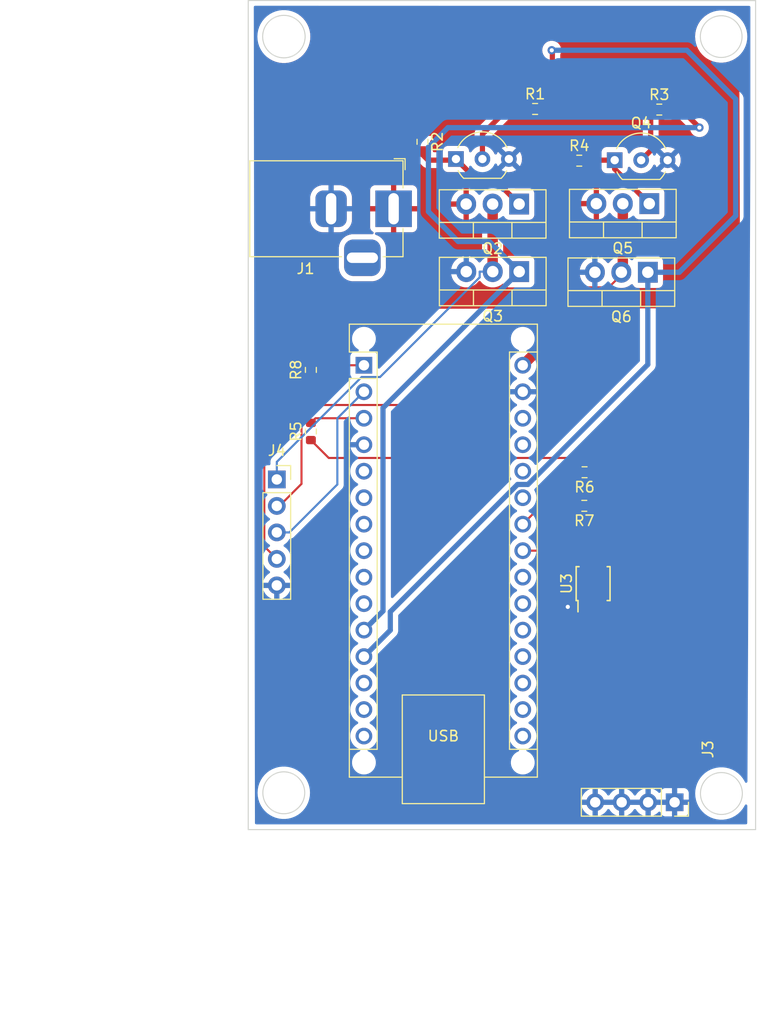
<source format=kicad_pcb>
(kicad_pcb (version 20221018) (generator pcbnew)
  (layers (0 "F.Cu" signal) (31 "B.Cu" signal) (34 "B.Paste" user) (35 "F.Paste" user) (36 "B.SilkS" user "B.Silkscreen") (37 "F.SilkS" user "F.Silkscreen") (38 "B.Mask" user) (39 "F.Mask" user) (44 "Edge.Cuts" user))
  (net 0 "")
  (net 1 "Net-(A2-~{RESET}-Pad3)")
  (net 8 "VDD")
  (net 9 "AIN0")
  (net 10 "VPP")
  (net 11 "TX")
  (net 12 "SP")
  (net 13 "SN")
  (net 14 "LOGIC2")
  (net 15 "LOGIC1")
  (net 16 "RX")
  (net 27 "Net-(A2-SDA{slash}A4)")
  (net 28 "Net-(A2-SCL{slash}A5)")
  (net 33 "Net-(J4-Pin_4)")
  (net 34 "Net-(Q1-B)")
  (net 35 "Net-(Q1-C)")
  (net 36 "Net-(Q4-B)")
  (net 37 "Net-(Q4-C)")
  (footprint "Connector_BarrelJack:BarrelJack_Horizontal" (layer "F.Cu") (at 73.98 34.52)
    (fp_text reference "J1" (at -8.45 5.75) (layer "F.SilkS"))
    (fp_text value "Barrel_Jack")
    (fp_line (start -13.8 -4.6) (end 0.9 -4.6) (stroke (width 0.12)) (layer "F.SilkS"))
    (fp_line (start -13.8 4.6) (end -13.8 -4.6) (stroke (width 0.12)) (layer "F.SilkS"))
    (fp_line (start -5 4.6) (end -13.8 4.6) (stroke (width 0.12)) (layer "F.SilkS"))
    (fp_line (start 0.05 -4.8) (end 1.1 -4.8) (stroke (width 0.12)) (layer "F.SilkS"))
    (fp_line (start 0.9 -4.6) (end 0.9 -2) (stroke (width 0.12)) (layer "F.SilkS"))
    (fp_line (start 0.9 1.9) (end 0.9 4.6) (stroke (width 0.12)) (layer "F.SilkS"))
    (fp_line (start 0.9 4.6) (end -1 4.6) (stroke (width 0.12)) (layer "F.SilkS"))
    (fp_line (start 1.1 -3.75) (end 1.1 -4.8) (stroke (width 0.12)) (layer "F.SilkS"))
    (pad "1" thru_hole rect (at 0 0) (size 3.5 3.5) (drill oval 1 3) (layers "*.Cu" "*.Mask") (net 10 "VPP"))
    (pad "2" thru_hole roundrect (at -6 0) (size 3 3.5) (drill oval 1 3) (layers "*.Cu" "*.Mask") (net 9 "AIN0"))
    (pad "3" thru_hole roundrect (at -3 4.7) (size 3.5 3.5) (drill oval 3 1) (layers "*.Cu" "*.Mask"))
  )
  (footprint "Package_TO_SOT_THT:TO-92_Inline_Wide" (layer "F.Cu") (at 79.96 29.75)
    (fp_text reference "Q1" hide)
    (fp_text value "BC549")
    (fp_line (start 0.74 1.85) (end 4.34 1.85) (stroke (width 0.12)) (layer "F.SilkS"))
    (fp_arc (start 0.1836 -1.098807) (mid 1.143021 -2.192817) (end 2.54 -2.6) (stroke (width 0.12)) (layer "F.SilkS"))
    (fp_arc (start 0.74 1.85) (mid 0.446097 1.509328) (end 0.215816 1.122795) (stroke (width 0.12)) (layer "F.SilkS"))
    (fp_arc (start 2.54 -2.6) (mid 3.936979 -2.192818) (end 4.8964 -1.098807) (stroke (width 0.12)) (layer "F.SilkS"))
    (fp_arc (start 4.864184 1.122795) (mid 4.633903 1.509328) (end 4.34 1.85) (stroke (width 0.12)) (layer "F.SilkS"))
    (pad "1" thru_hole rect (at 0 0) (size 1.5 1.5) (drill 0.8) (layers "*.Cu" "*.Mask") (net 35 "Net-(Q1-C)"))
    (pad "2" thru_hole circle (at 2.54 0) (size 1.5 1.5) (drill 0.8) (layers "*.Cu" "*.Mask") (net 34 "Net-(Q1-B)"))
    (pad "3" thru_hole circle (at 5.08 0) (size 1.5 1.5) (drill 0.8) (layers "*.Cu" "*.Mask") (net 9 "AIN0"))
  )
  (footprint "Package_TO_SOT_THT:TO-220-3_Vertical" (layer "F.Cu") (at 86.02 34.07 180)
    (fp_text reference "Q2" (at 2.54 -4.27) (layer "F.SilkS"))
    (fp_text value "IRF9540N")
    (fp_line (start -2.58 -3.27) (end -2.58 1.371) (stroke (width 0.12)) (layer "F.SilkS"))
    (fp_line (start -2.58 -3.27) (end 7.66 -3.27) (stroke (width 0.12)) (layer "F.SilkS"))
    (fp_line (start -2.58 -1.76) (end 7.66 -1.76) (stroke (width 0.12)) (layer "F.SilkS"))
    (fp_line (start -2.58 1.371) (end 7.66 1.371) (stroke (width 0.12)) (layer "F.SilkS"))
    (fp_line (start 0.69 -3.27) (end 0.69 -1.76) (stroke (width 0.12)) (layer "F.SilkS"))
    (fp_line (start 4.391 -3.27) (end 4.391 -1.76) (stroke (width 0.12)) (layer "F.SilkS"))
    (fp_line (start 7.66 -3.27) (end 7.66 1.371) (stroke (width 0.12)) (layer "F.SilkS"))
    (pad "1" thru_hole rect (at 0 0 180) (size 1.905 2) (drill 1.1) (layers "*.Cu" "*.Mask") (net 35 "Net-(Q1-C)"))
    (pad "2" thru_hole oval (at 2.54 0 180) (size 1.905 2) (drill 1.1) (layers "*.Cu" "*.Mask") (net 12 "SP"))
    (pad "3" thru_hole oval (at 5.08 0 180) (size 1.905 2) (drill 1.1) (layers "*.Cu" "*.Mask") (net 10 "VPP"))
  )
  (footprint "Package_TO_SOT_THT:TO-220-3_Vertical" (layer "F.Cu") (at 86.03 40.55 180)
    (fp_text reference "Q3" (at 2.54 -4.27) (layer "F.SilkS"))
    (fp_text value "IRF540N")
    (fp_line (start -2.58 -3.27) (end -2.58 1.371) (stroke (width 0.12)) (layer "F.SilkS"))
    (fp_line (start -2.58 -3.27) (end 7.66 -3.27) (stroke (width 0.12)) (layer "F.SilkS"))
    (fp_line (start -2.58 -1.76) (end 7.66 -1.76) (stroke (width 0.12)) (layer "F.SilkS"))
    (fp_line (start -2.58 1.371) (end 7.66 1.371) (stroke (width 0.12)) (layer "F.SilkS"))
    (fp_line (start 0.69 -3.27) (end 0.69 -1.76) (stroke (width 0.12)) (layer "F.SilkS"))
    (fp_line (start 4.391 -3.27) (end 4.391 -1.76) (stroke (width 0.12)) (layer "F.SilkS"))
    (fp_line (start 7.66 -3.27) (end 7.66 1.371) (stroke (width 0.12)) (layer "F.SilkS"))
    (pad "1" thru_hole rect (at 0 0 180) (size 1.905 2) (drill 1.1) (layers "*.Cu" "*.Mask") (net 14 "LOGIC2"))
    (pad "2" thru_hole oval (at 2.54 0 180) (size 1.905 2) (drill 1.1) (layers "*.Cu" "*.Mask") (net 12 "SP"))
    (pad "3" thru_hole oval (at 5.08 0 180) (size 1.905 2) (drill 1.1) (layers "*.Cu" "*.Mask") (net 9 "AIN0"))
  )
  (footprint "Package_TO_SOT_THT:TO-92_Inline_Wide" (layer "F.Cu") (at 95.19 29.86)
    (fp_text reference "Q4" (at 2.54 -3.56) (layer "F.SilkS"))
    (fp_text value "BC549")
    (fp_line (start 0.74 1.85) (end 4.34 1.85) (stroke (width 0.12)) (layer "F.SilkS"))
    (fp_arc (start 0.1836 -1.098807) (mid 1.143021 -2.192817) (end 2.54 -2.6) (stroke (width 0.12)) (layer "F.SilkS"))
    (fp_arc (start 0.74 1.85) (mid 0.446097 1.509328) (end 0.215816 1.122795) (stroke (width 0.12)) (layer "F.SilkS"))
    (fp_arc (start 2.54 -2.6) (mid 3.936979 -2.192818) (end 4.8964 -1.098807) (stroke (width 0.12)) (layer "F.SilkS"))
    (fp_arc (start 4.864184 1.122795) (mid 4.633903 1.509328) (end 4.34 1.85) (stroke (width 0.12)) (layer "F.SilkS"))
    (pad "1" thru_hole rect (at 0 0) (size 1.5 1.5) (drill 0.8) (layers "*.Cu" "*.Mask") (net 37 "Net-(Q4-C)"))
    (pad "2" thru_hole circle (at 2.54 0) (size 1.5 1.5) (drill 0.8) (layers "*.Cu" "*.Mask") (net 36 "Net-(Q4-B)"))
    (pad "3" thru_hole circle (at 5.08 0) (size 1.5 1.5) (drill 0.8) (layers "*.Cu" "*.Mask") (net 9 "AIN0"))
  )
  (footprint "Package_TO_SOT_THT:TO-220-3_Vertical" (layer "F.Cu") (at 98.51 34.03 180)
    (fp_text reference "Q5" (at 2.54 -4.27) (layer "F.SilkS"))
    (fp_text value "IRF9540N")
    (fp_line (start -2.58 -3.27) (end -2.58 1.371) (stroke (width 0.12)) (layer "F.SilkS"))
    (fp_line (start -2.58 -3.27) (end 7.66 -3.27) (stroke (width 0.12)) (layer "F.SilkS"))
    (fp_line (start -2.58 -1.76) (end 7.66 -1.76) (stroke (width 0.12)) (layer "F.SilkS"))
    (fp_line (start -2.58 1.371) (end 7.66 1.371) (stroke (width 0.12)) (layer "F.SilkS"))
    (fp_line (start 0.69 -3.27) (end 0.69 -1.76) (stroke (width 0.12)) (layer "F.SilkS"))
    (fp_line (start 4.391 -3.27) (end 4.391 -1.76) (stroke (width 0.12)) (layer "F.SilkS"))
    (fp_line (start 7.66 -3.27) (end 7.66 1.371) (stroke (width 0.12)) (layer "F.SilkS"))
    (pad "1" thru_hole rect (at 0 0 180) (size 1.905 2) (drill 1.1) (layers "*.Cu" "*.Mask") (net 37 "Net-(Q4-C)"))
    (pad "2" thru_hole oval (at 2.54 0 180) (size 1.905 2) (drill 1.1) (layers "*.Cu" "*.Mask") (net 13 "SN"))
    (pad "3" thru_hole oval (at 5.08 0 180) (size 1.905 2) (drill 1.1) (layers "*.Cu" "*.Mask") (net 10 "VPP"))
  )
  (footprint "Package_TO_SOT_THT:TO-220-3_Vertical" (layer "F.Cu") (at 98.37 40.61 180)
    (fp_text reference "Q6" (at 2.54 -4.27) (layer "F.SilkS"))
    (fp_text value "IRF540N")
    (fp_line (start -2.58 -3.27) (end -2.58 1.371) (stroke (width 0.12)) (layer "F.SilkS"))
    (fp_line (start -2.58 -3.27) (end 7.66 -3.27) (stroke (width 0.12)) (layer "F.SilkS"))
    (fp_line (start -2.58 -1.76) (end 7.66 -1.76) (stroke (width 0.12)) (layer "F.SilkS"))
    (fp_line (start -2.58 1.371) (end 7.66 1.371) (stroke (width 0.12)) (layer "F.SilkS"))
    (fp_line (start 0.69 -3.27) (end 0.69 -1.76) (stroke (width 0.12)) (layer "F.SilkS"))
    (fp_line (start 4.391 -3.27) (end 4.391 -1.76) (stroke (width 0.12)) (layer "F.SilkS"))
    (fp_line (start 7.66 -3.27) (end 7.66 1.371) (stroke (width 0.12)) (layer "F.SilkS"))
    (pad "1" thru_hole rect (at 0 0 180) (size 1.905 2) (drill 1.1) (layers "*.Cu" "*.Mask") (net 15 "LOGIC1"))
    (pad "2" thru_hole oval (at 2.54 0 180) (size 1.905 2) (drill 1.1) (layers "*.Cu" "*.Mask") (net 13 "SN"))
    (pad "3" thru_hole oval (at 5.08 0 180) (size 1.905 2) (drill 1.1) (layers "*.Cu" "*.Mask") (net 9 "AIN0"))
  )
  (footprint "Resistor_SMD:R_0603_1608Metric" (layer "F.Cu") (at 87.555 24.95)
    (fp_text reference "R1" (at 0 -1.43) (layer "F.SilkS"))
    (fp_text value "1k")
    (fp_line (start -0.237258 -0.5225) (end 0.237258 -0.5225) (stroke (width 0.12)) (layer "F.SilkS"))
    (fp_line (start -0.237258 0.5225) (end 0.237258 0.5225) (stroke (width 0.12)) (layer "F.SilkS"))
    (pad "1" smd roundrect (at -0.825 0) (size 0.8 0.95) (layers "F.Cu" "F.Paste" "F.Mask") (net 34 "Net-(Q1-B)"))
    (pad "2" smd roundrect (at 0.825 0) (size 0.8 0.95) (layers "F.Cu" "F.Paste" "F.Mask") (net 15 "LOGIC1"))
  )
  (footprint "Resistor_SMD:R_0603_1608Metric" (layer "F.Cu") (at 76.75 28.1 -90)
    (fp_text reference "R2" (at 0 -1.43 90) (layer "F.SilkS"))
    (fp_text value "10k")
    (fp_line (start -0.237258 -0.5225) (end 0.237258 -0.5225) (stroke (width 0.12)) (layer "F.SilkS"))
    (fp_line (start -0.237258 0.5225) (end 0.237258 0.5225) (stroke (width 0.12)) (layer "F.SilkS"))
    (pad "1" smd roundrect (at -0.825 0 270) (size 0.8 0.95) (layers "F.Cu" "F.Paste" "F.Mask") (net 10 "VPP"))
    (pad "2" smd roundrect (at 0.825 0 270) (size 0.8 0.95) (layers "F.Cu" "F.Paste" "F.Mask") (net 35 "Net-(Q1-C)"))
  )
  (footprint "Resistor_SMD:R_0603_1608Metric" (layer "F.Cu") (at 99.47 25.01)
    (fp_text reference "R3" (at 0 -1.43) (layer "F.SilkS"))
    (fp_text value "1k")
    (fp_line (start -0.237258 -0.5225) (end 0.237258 -0.5225) (stroke (width 0.12)) (layer "F.SilkS"))
    (fp_line (start -0.237258 0.5225) (end 0.237258 0.5225) (stroke (width 0.12)) (layer "F.SilkS"))
    (pad "1" smd roundrect (at -0.825 0) (size 0.8 0.95) (layers "F.Cu" "F.Paste" "F.Mask") (net 36 "Net-(Q4-B)"))
    (pad "2" smd roundrect (at 0.825 0) (size 0.8 0.95) (layers "F.Cu" "F.Paste" "F.Mask") (net 14 "LOGIC2"))
  )
  (footprint "Resistor_SMD:R_0603_1608Metric" (layer "F.Cu") (at 91.79 29.91)
    (fp_text reference "R4" (at 0 -1.43) (layer "F.SilkS"))
    (fp_text value "10k")
    (fp_line (start -0.237258 -0.5225) (end 0.237258 -0.5225) (stroke (width 0.12)) (layer "F.SilkS"))
    (fp_line (start -0.237258 0.5225) (end 0.237258 0.5225) (stroke (width 0.12)) (layer "F.SilkS"))
    (pad "1" smd roundrect (at -0.825 0) (size 0.8 0.95) (layers "F.Cu" "F.Paste" "F.Mask") (net 10 "VPP"))
    (pad "2" smd roundrect (at 0.825 0) (size 0.8 0.95) (layers "F.Cu" "F.Paste" "F.Mask") (net 37 "Net-(Q4-C)"))
  )
  (footprint "Resistor_SMD:R_0603_1608Metric" (layer "F.Cu") (at 66.04 55.88 90)
    (fp_text reference "R5" (at 0 -1.43 90) (layer "F.SilkS"))
    (fp_text value "10k")
    (fp_line (start -0.237258 -0.5225) (end 0.237258 -0.5225) (stroke (width 0.12)) (layer "F.SilkS"))
    (fp_line (start -0.237258 0.5225) (end 0.237258 0.5225) (stroke (width 0.12)) (layer "F.SilkS"))
    (pad "1" smd roundrect (at -0.825 0 90) (size 0.8 0.95) (layers "F.Cu" "F.Paste" "F.Mask") (net 8 "VDD"))
    (pad "2" smd roundrect (at 0.825 0 90) (size 0.8 0.95) (layers "F.Cu" "F.Paste" "F.Mask") (net 1 "Net-(A2-~{RESET}-Pad3)"))
  )
  (footprint "Resistor_SMD:R_0603_1608Metric" (layer "F.Cu") (at 92.3 59.79 180)
    (fp_text reference "R6" (at 0 -1.43) (layer "F.SilkS"))
    (fp_text value "10k")
    (fp_line (start -0.237258 -0.5225) (end 0.237258 -0.5225) (stroke (width 0.12)) (layer "F.SilkS"))
    (fp_line (start -0.237258 0.5225) (end 0.237258 0.5225) (stroke (width 0.12)) (layer "F.SilkS"))
    (pad "1" smd roundrect (at -0.825 0 180) (size 0.8 0.95) (layers "F.Cu" "F.Paste" "F.Mask") (net 8 "VDD"))
    (pad "2" smd roundrect (at 0.825 0 180) (size 0.8 0.95) (layers "F.Cu" "F.Paste" "F.Mask") (net 28 "Net-(A2-SCL{slash}A5)"))
  )
  (footprint "Resistor_SMD:R_0603_1608Metric" (layer "F.Cu") (at 92.275 63.01 180)
    (fp_text reference "R7" (at 0 -1.43) (layer "F.SilkS"))
    (fp_text value "10k")
    (fp_line (start -0.237258 -0.5225) (end 0.237258 -0.5225) (stroke (width 0.12)) (layer "F.SilkS"))
    (fp_line (start -0.237258 0.5225) (end 0.237258 0.5225) (stroke (width 0.12)) (layer "F.SilkS"))
    (pad "1" smd roundrect (at -0.825 0 180) (size 0.8 0.95) (layers "F.Cu" "F.Paste" "F.Mask") (net 8 "VDD"))
    (pad "2" smd roundrect (at 0.825 0 180) (size 0.8 0.95) (layers "F.Cu" "F.Paste" "F.Mask") (net 27 "Net-(A2-SDA{slash}A4)"))
  )
  (footprint "Package_SO:TSSOP-10_3x3mm_P0.5mm" (layer "F.Cu") (at 93.12 70.47 90)
    (fp_text reference "U3" (at 0 -2.55 90) (layer "F.SilkS"))
    (fp_text value "ADS1115IDGS")
    (fp_line (start -1.625 -1.625) (end -1.625 -1.45) (stroke (width 0.15)) (layer "F.SilkS"))
    (fp_line (start -1.625 -1.625) (end 1.625 -1.625) (stroke (width 0.15)) (layer "F.SilkS"))
    (fp_line (start -1.625 -1.45) (end -2.7 -1.45) (stroke (width 0.15)) (layer "F.SilkS"))
    (fp_line (start -1.625 1.625) (end -1.625 1.35) (stroke (width 0.15)) (layer "F.SilkS"))
    (fp_line (start -1.625 1.625) (end 1.625 1.625) (stroke (width 0.15)) (layer "F.SilkS"))
    (fp_line (start 1.625 -1.625) (end 1.625 -1.35) (stroke (width 0.15)) (layer "F.SilkS"))
    (fp_line (start 1.625 1.625) (end 1.625 1.35) (stroke (width 0.15)) (layer "F.SilkS"))
    (pad "1" smd rect (at -2.15 -1 90) (size 1.1 0.25) (layers "F.Cu" "F.Paste" "F.Mask") (net 9 "AIN0"))
    (pad "2" smd rect (at -2.15 -0.5 90) (size 1.1 0.25) (layers "F.Cu" "F.Paste" "F.Mask"))
    (pad "3" smd rect (at -2.15 0 90) (size 1.1 0.25) (layers "F.Cu" "F.Paste" "F.Mask"))
    (pad "4" smd rect (at -2.15 0.5 90) (size 1.1 0.25) (layers "F.Cu" "F.Paste" "F.Mask") (net 9 "AIN0"))
    (pad "5" smd rect (at -2.15 1 90) (size 1.1 0.25) (layers "F.Cu" "F.Paste" "F.Mask") (net 9 "AIN0"))
    (pad "6" smd rect (at 2.15 1 90) (size 1.1 0.25) (layers "F.Cu" "F.Paste" "F.Mask") (net 9 "AIN0"))
    (pad "7" smd rect (at 2.15 0.5 90) (size 1.1 0.25) (layers "F.Cu" "F.Paste" "F.Mask") (net 9 "AIN0"))
    (pad "8" smd rect (at 2.15 0 90) (size 1.1 0.25) (layers "F.Cu" "F.Paste" "F.Mask") (net 8 "VDD"))
    (pad "9" smd rect (at 2.15 -0.5 90) (size 1.1 0.25) (layers "F.Cu" "F.Paste" "F.Mask") (net 27 "Net-(A2-SDA{slash}A4)"))
    (pad "10" smd rect (at 2.15 -1 90) (size 1.1 0.25) (layers "F.Cu" "F.Paste" "F.Mask") (net 28 "Net-(A2-SCL{slash}A5)"))
  )
  (footprint "Resistor_SMD:R_0603_1608Metric" (layer "F.Cu") (at 66.04 49.975 90)
    (fp_text reference "R8" (at 0 -1.43 90) (layer "F.SilkS"))
    (fp_text value "1k")
    (fp_line (start -0.237258 -0.5225) (end 0.237258 -0.5225) (stroke (width 0.12)) (layer "F.SilkS"))
    (fp_line (start -0.237258 0.5225) (end 0.237258 0.5225) (stroke (width 0.12)) (layer "F.SilkS"))
    (pad "1" smd roundrect (at -0.825 0 90) (size 0.8 0.95) (layers "F.Cu" "F.Paste" "F.Mask") (net 33 "Net-(J4-Pin_4)"))
    (pad "2" smd roundrect (at 0.825 0 90) (size 0.8 0.95) (layers "F.Cu" "F.Paste" "F.Mask") (net 11 "TX"))
  )
  (footprint "Connector_PinSocket_2.54mm:PinSocket_1x04_P2.54mm_Vertical" (layer "F.Cu") (at 100.94 91.44 -90)
    (fp_text reference "J3" (at -5.08 -3.2 90) (layer "F.SilkS"))
    (fp_text value "Conn_01x04_Female")
    (fp_line (start -1.33 1.27) (end -1.33 8.95) (stroke (width 0.12)) (layer "F.SilkS"))
    (fp_line (start -1.33 1.27) (end 1.33 1.27) (stroke (width 0.12)) (layer "F.SilkS"))
    (fp_line (start -1.33 8.95) (end 1.33 8.95) (stroke (width 0.12)) (layer "F.SilkS"))
    (fp_line (start 0 -1.33) (end 1.33 -1.33) (stroke (width 0.12)) (layer "F.SilkS"))
    (fp_line (start 1.33 -1.33) (end 1.33 0) (stroke (width 0.12)) (layer "F.SilkS"))
    (fp_line (start 1.33 1.27) (end 1.33 8.95) (stroke (width 0.12)) (layer "F.SilkS"))
    (pad "1" thru_hole rect (at 0 0 270) (size 1.7 1.7) (drill 1) (layers "*.Cu" "*.Mask") (net 9 "AIN0"))
    (pad "2" thru_hole oval (at 0 2.54 270) (size 1.7 1.7) (drill 1) (layers "*.Cu" "*.Mask") (net 9 "AIN0"))
    (pad "3" thru_hole oval (at 0 5.08 270) (size 1.7 1.7) (drill 1) (layers "*.Cu" "*.Mask") (net 9 "AIN0"))
    (pad "4" thru_hole oval (at 0 7.62 270) (size 1.7 1.7) (drill 1) (layers "*.Cu" "*.Mask") (net 9 "AIN0"))
  )
  (footprint "Connector_PinSocket_2.54mm:PinSocket_1x05_P2.54mm_Vertical" (layer "F.Cu") (at 62.77 60.48)
    (fp_text reference "J4" (at 0 -2.77) (layer "F.SilkS"))
    (fp_text value "Conn_01x05_Female")
    (fp_line (start -1.33 1.27) (end -1.33 11.49) (stroke (width 0.12)) (layer "F.SilkS"))
    (fp_line (start -1.33 1.27) (end 1.33 1.27) (stroke (width 0.12)) (layer "F.SilkS"))
    (fp_line (start -1.33 11.49) (end 1.33 11.49) (stroke (width 0.12)) (layer "F.SilkS"))
    (fp_line (start 0 -1.33) (end 1.33 -1.33) (stroke (width 0.12)) (layer "F.SilkS"))
    (fp_line (start 1.33 -1.33) (end 1.33 0) (stroke (width 0.12)) (layer "F.SilkS"))
    (fp_line (start 1.33 1.27) (end 1.33 11.49) (stroke (width 0.12)) (layer "F.SilkS"))
    (pad "1" thru_hole rect (at 0 0) (size 1.7 1.7) (drill 1) (layers "*.Cu" "*.Mask") (net 12 "SP"))
    (pad "2" thru_hole oval (at 0 2.54) (size 1.7 1.7) (drill 1) (layers "*.Cu" "*.Mask") (net 13 "SN"))
    (pad "3" thru_hole oval (at 0 5.08) (size 1.7 1.7) (drill 1) (layers "*.Cu" "*.Mask") (net 16 "RX"))
    (pad "4" thru_hole oval (at 0 7.62) (size 1.7 1.7) (drill 1) (layers "*.Cu" "*.Mask") (net 33 "Net-(J4-Pin_4)"))
    (pad "5" thru_hole oval (at 0 10.16) (size 1.7 1.7) (drill 1) (layers "*.Cu" "*.Mask") (net 9 "AIN0"))
  )
  (footprint "Module:Arduino_Nano_WithMountingHoles" (layer "F.Cu") (at 71.13 49.53)
    (fp_text reference "A2" hide)
    (fp_text value "Arduino_Nano_Every")
    (fp_text user "USB" (at 7.62 35.56 unlocked) (layer "F.SilkS"))
    (fp_line (start -1.4 -3.94) (end -1.4 -1.27) (stroke (width 0.12)) (layer "F.SilkS"))
    (fp_line (start -1.4 1.27) (end -1.4 39.5) (stroke (width 0.12)) (layer "F.SilkS"))
    (fp_line (start -1.4 39.5) (end 3.68 39.5) (stroke (width 0.12)) (layer "F.SilkS"))
    (fp_line (start 1.27 -1.27) (end -1.4 -1.27) (stroke (width 0.12)) (layer "F.SilkS"))
    (fp_line (start 1.27 1.27) (end -1.4 1.27) (stroke (width 0.12)) (layer "F.SilkS"))
    (fp_line (start 1.27 1.27) (end 1.27 -1.27) (stroke (width 0.12)) (layer "F.SilkS"))
    (fp_line (start 1.27 1.27) (end 1.27 36.83) (stroke (width 0.12)) (layer "F.SilkS"))
    (fp_line (start 1.27 36.83) (end -1.4 36.83) (stroke (width 0.12)) (layer "F.SilkS"))
    (fp_line (start 3.68 31.62) (end 11.56 31.62) (stroke (width 0.12)) (layer "F.SilkS"))
    (fp_line (start 3.68 42.04) (end 3.68 31.62) (stroke (width 0.12)) (layer "F.SilkS"))
    (fp_line (start 11.56 31.62) (end 11.56 42.04) (stroke (width 0.12)) (layer "F.SilkS"))
    (fp_line (start 11.56 42.04) (end 3.68 42.04) (stroke (width 0.12)) (layer "F.SilkS"))
    (fp_line (start 13.97 -1.27) (end 13.97 36.83) (stroke (width 0.12)) (layer "F.SilkS"))
    (fp_line (start 13.97 -1.27) (end 16.64 -1.27) (stroke (width 0.12)) (layer "F.SilkS"))
    (fp_line (start 13.97 36.83) (end 16.64 36.83) (stroke (width 0.12)) (layer "F.SilkS"))
    (fp_line (start 16.64 -3.94) (end -1.4 -3.94) (stroke (width 0.12)) (layer "F.SilkS"))
    (fp_line (start 16.64 39.5) (end 11.56 39.5) (stroke (width 0.12)) (layer "F.SilkS"))
    (fp_line (start 16.64 39.5) (end 16.64 -3.94) (stroke (width 0.12)) (layer "F.SilkS"))
    (pad "" np_thru_hole circle (at 0 -2.54) (size 1.78 1.78) (drill 1.78) (layers "*.Cu" "*.Mask"))
    (pad "" np_thru_hole circle (at 0 38.1) (size 1.78 1.78) (drill 1.78) (layers "*.Cu" "*.Mask"))
    (pad "" np_thru_hole circle (at 15.24 -2.54) (size 1.78 1.78) (drill 1.78) (layers "*.Cu" "*.Mask"))
    (pad "" np_thru_hole circle (at 15.24 38.1) (size 1.78 1.78) (drill 1.78) (layers "*.Cu" "*.Mask"))
    (pad "1" thru_hole rect (at 0 0) (size 1.6 1.6) (drill 1) (layers "*.Cu" "*.Mask") (net 11 "TX"))
    (pad "2" thru_hole oval (at 0 2.54) (size 1.6 1.6) (drill 1) (layers "*.Cu" "*.Mask") (net 16 "RX"))
    (pad "3" thru_hole oval (at 0 5.08) (size 1.6 1.6) (drill 1) (layers "*.Cu" "*.Mask") (net 1 "Net-(A2-~{RESET}-Pad3)"))
    (pad "4" thru_hole oval (at 0 7.62) (size 1.6 1.6) (drill 1) (layers "*.Cu" "*.Mask") (net 9 "AIN0"))
    (pad "5" thru_hole oval (at 0 10.16) (size 1.6 1.6) (drill 1) (layers "*.Cu" "*.Mask"))
    (pad "6" thru_hole oval (at 0 12.7) (size 1.6 1.6) (drill 1) (layers "*.Cu" "*.Mask"))
    (pad "7" thru_hole oval (at 0 15.24) (size 1.6 1.6) (drill 1) (layers "*.Cu" "*.Mask"))
    (pad "8" thru_hole oval (at 0 17.78) (size 1.6 1.6) (drill 1) (layers "*.Cu" "*.Mask"))
    (pad "9" thru_hole oval (at 0 20.32) (size 1.6 1.6) (drill 1) (layers "*.Cu" "*.Mask"))
    (pad "10" thru_hole oval (at 0 22.86) (size 1.6 1.6) (drill 1) (layers "*.Cu" "*.Mask"))
    (pad "11" thru_hole oval (at 0 25.4) (size 1.6 1.6) (drill 1) (layers "*.Cu" "*.Mask") (net 14 "LOGIC2"))
    (pad "12" thru_hole oval (at 0 27.94) (size 1.6 1.6) (drill 1) (layers "*.Cu" "*.Mask") (net 15 "LOGIC1"))
    (pad "13" thru_hole oval (at 0 30.48) (size 1.6 1.6) (drill 1) (layers "*.Cu" "*.Mask"))
    (pad "14" thru_hole oval (at 0 33.02) (size 1.6 1.6) (drill 1) (layers "*.Cu" "*.Mask"))
    (pad "15" thru_hole oval (at 0 35.56) (size 1.6 1.6) (drill 1) (layers "*.Cu" "*.Mask"))
    (pad "16" thru_hole oval (at 15.24 35.56) (size 1.6 1.6) (drill 1) (layers "*.Cu" "*.Mask"))
    (pad "17" thru_hole oval (at 15.24 33.02) (size 1.6 1.6) (drill 1) (layers "*.Cu" "*.Mask"))
    (pad "18" thru_hole oval (at 15.24 30.48) (size 1.6 1.6) (drill 1) (layers "*.Cu" "*.Mask"))
    (pad "19" thru_hole oval (at 15.24 27.94) (size 1.6 1.6) (drill 1) (layers "*.Cu" "*.Mask"))
    (pad "20" thru_hole oval (at 15.24 25.4) (size 1.6 1.6) (drill 1) (layers "*.Cu" "*.Mask"))
    (pad "21" thru_hole oval (at 15.24 22.86) (size 1.6 1.6) (drill 1) (layers "*.Cu" "*.Mask"))
    (pad "22" thru_hole oval (at 15.24 20.32) (size 1.6 1.6) (drill 1) (layers "*.Cu" "*.Mask"))
    (pad "23" thru_hole oval (at 15.24 17.78) (size 1.6 1.6) (drill 1) (layers "*.Cu" "*.Mask") (net 27 "Net-(A2-SDA{slash}A4)"))
    (pad "24" thru_hole oval (at 15.24 15.24) (size 1.6 1.6) (drill 1) (layers "*.Cu" "*.Mask") (net 28 "Net-(A2-SCL{slash}A5)"))
    (pad "25" thru_hole oval (at 15.24 12.7) (size 1.6 1.6) (drill 1) (layers "*.Cu" "*.Mask"))
    (pad "26" thru_hole oval (at 15.24 10.16) (size 1.6 1.6) (drill 1) (layers "*.Cu" "*.Mask"))
    (pad "27" thru_hole oval (at 15.24 7.62) (size 1.6 1.6) (drill 1) (layers "*.Cu" "*.Mask"))
    (pad "28" thru_hole oval (at 15.24 5.08) (size 1.6 1.6) (drill 1) (layers "*.Cu" "*.Mask"))
    (pad "29" thru_hole oval (at 15.24 2.54) (size 1.6 1.6) (drill 1) (layers "*.Cu" "*.Mask") (net 9 "AIN0"))
    (pad "30" thru_hole oval (at 15.24 0) (size 1.6 1.6) (drill 1) (layers "*.Cu" "*.Mask") (net 10 "VPP"))
  )
  (gr_circle (center 63.44 90.53) (end 61.82 91.72) (stroke (width 0.1)) (fill none) (layer "Edge.Cuts"))
  (gr_circle (center 63.45 18.01) (end 62.2 16.4) (stroke (width 0.1)) (fill none) (layer "Edge.Cuts"))
  (gr_line (start 108.71 14.56) (end 108.71 94.06) (stroke (width 0.1)) (layer "Edge.Cuts"))
  (gr_line (start 60.03 14.55) (end 60.03 94.06) (stroke (width 0.1)) (layer "Edge.Cuts"))
  (gr_line (start 108.71 14.56) (end 60.03 14.55) (stroke (width 0.1)) (layer "Edge.Cuts"))
  (gr_circle (center 105.43 90.6) (end 106.98 91.88) (stroke (width 0.1)) (fill none) (layer "Edge.Cuts"))
  (gr_circle (center 105.41 18.01) (end 106.6 16.4) (stroke (width 0.1)) (fill none) (layer "Edge.Cuts"))
  (gr_line (start 60.03 94.06) (end 108.71 94.06) (stroke (width 0.1)) (layer "Edge.Cuts"))
  (segment (start 66.485 54.61) (end 71.13 54.61) (width 0.2) (layer "F.Cu") (net 1))
  (segment (start 66.04 55.055) (end 66.485 54.61) (width 0.2) (layer "F.Cu") (net 1))
  (segment (start 93.12 66.51) (end 93.1 66.49) (width 0.25) (layer "F.Cu") (net 8))
  (segment (start 93.1125 62.9975) (end 93.1125 59.8025) (width 0.25) (layer "F.Cu") (net 8))
  (segment (start 91.73 58.42) (end 67.755 58.42) (width 0.2) (layer "F.Cu") (net 8))
  (segment (start 93.1 63.01) (end 93.1125 62.9975) (width 0.25) (layer "F.Cu") (net 8))
  (segment (start 93.12 68.32) (end 93.12 66.51) (width 0.25) (layer "F.Cu") (net 8))
  (segment (start 93.1 66.49) (end 93.1 63.01) (width 0.25) (layer "F.Cu") (net 8))
  (segment (start 67.755 58.42) (end 66.04 56.705) (width 0.2) (layer "F.Cu") (net 8))
  (segment (start 93.1125 59.8025) (end 91.73 58.42) (width 0.2) (layer "F.Cu") (net 8))
  (segment (start 93.1 59.815) (end 93.1125 59.8025) (width 0.5) (layer "F.Cu") (net 8))
  (segment (start 93.12 63.03) (end 93.1 63.01) (width 0.5) (layer "F.Cu") (net 8))
  (segment (start 93.1125 59.8025) (end 93.125 59.79) (width 0.5) (layer "F.Cu") (net 8))
  (segment (start 100.46 84.7) (end 100.46 70.79) (width 0.25) (layer "F.Cu") (net 9))
  (segment (start 92.005 72.66) (end 92.045 72.62) (width 0.5) (layer "F.Cu") (net 9))
  (segment (start 98.94 81.62) (end 95.86 84.7) (width 0.25) (layer "F.Cu") (net 9))
  (segment (start 96.885 64.545) (end 96.5 64.545) (width 0.25) (layer "F.Cu") (net 9))
  (segment (start 92.08 72.66) (end 92.12 72.62) (width 0.2) (layer "F.Cu") (net 9))
  (segment (start 93.32 75.76) (end 93.62 75.46) (width 0.25) (layer "F.Cu") (net 9))
  (segment (start 100.46 70.79) (end 96.45 66.78) (width 0.25) (layer "F.Cu") (net 9))
  (segment (start 100.94 91.44) (end 100.94 87.42) (width 0.25) (layer "F.Cu") (net 9))
  (segment (start 99.06 81.5) (end 98.94 81.62) (width 0.2) (layer "F.Cu") (net 9))
  (segment (start 96.5 64.545) (end 93.62 67.425) (width 0.25) (layer "F.Cu") (net 9))
  (segment (start 93.62 67.425) (end 93.62 68.32) (width 0.25) (layer "F.Cu") (net 9))
  (segment (start 90.69 72.7) (end 91.965 72.7) (width 0.5) (layer "F.Cu") (net 9))
  (segment (start 95.86 84.7) (end 95.86 91.44) (width 0.25) (layer "F.Cu") (net 9))
  (segment (start 95.66 66.78) (end 94.12 68.32) (width 0.25) (layer "F.Cu") (net 9))
  (segment (start 93.32 91.44) (end 93.32 75.76) (width 0.25) (layer "F.Cu") (net 9))
  (segment (start 96.45 66.78) (end 95.66 66.78) (width 0.25) (layer "F.Cu") (net 9))
  (segment (start 93.62 72.62) (end 93.62 75.46) (width 0.25) (layer "F.Cu") (net 9))
  (segment (start 101.91 69.57) (end 96.885 64.545) (width 0.25) (layer "F.Cu") (net 9))
  (segment (start 101.91 86.45) (end 101.91 69.57) (width 0.25) (layer "F.Cu") (net 9))
  (segment (start 91.965 72.7) (end 92.005 72.66) (width 0.5) (layer "F.Cu") (net 9))
  (segment (start 94.12 72.62) (end 98.02 72.62) (width 0.25) (layer "F.Cu") (net 9))
  (segment (start 100.94 87.42) (end 101.91 86.45) (width 0.25) (layer "F.Cu") (net 9))
  (segment (start 98.4 86.76) (end 100.46 84.7) (width 0.25) (layer "F.Cu") (net 9))
  (segment (start 98.02 72.62) (end 99.06 73.66) (width 0.25) (layer "F.Cu") (net 9))
  (segment (start 92.005 72.66) (end 92.08 72.66) (width 0.2) (layer "F.Cu") (net 9))
  (segment (start 98.4 91.44) (end 98.4 86.76) (width 0.25) (layer "F.Cu") (net 9))
  (segment (start 99.06 73.66) (end 99.06 81.5) (width 0.25) (layer "F.Cu") (net 9))
  (via (at 90.69 72.7) (size 0.8) (drill 0.4) (layers "F.Cu" "B.Cu") (net 9))
  (segment (start 88.4437 47.4563) (end 86.37 49.53) (width 1) (layer "F.Cu") (net 10))
  (segment (start 88.4437 43.596) (end 88.4437 47.4563) (width 1) (layer "F.Cu") (net 10))
  (segment (start 66.42 49.53) (end 66.04 49.15) (width 0.2) (layer "F.Cu") (net 11))
  (segment (start 71.13 49.53) (end 66.42 49.53) (width 0.2) (layer "F.Cu") (net 11))
  (segment (start 83.48 40.54) (end 83.49 40.55) (width 1) (layer "F.Cu") (net 12))
  (segment (start 83.48 34.07) (end 83.48 40.54) (width 1) (layer "F.Cu") (net 12))
  (segment (start 82.2356 41.0988) (end 72.6761 50.6583) (width 0.2) (layer "B.Cu") (net 12))
  (segment (start 83.49 40.55) (end 82.2356 40.55) (width 0.2) (layer "B.Cu") (net 12))
  (segment (start 70.9103 50.6583) (end 62.77 58.7986) (width 0.2) (layer "B.Cu") (net 12))
  (segment (start 82.2356 40.55) (end 82.2356 41.0988) (width 0.2) (layer "B.Cu") (net 12))
  (segment (start 72.6761 50.6583) (end 70.9103 50.6583) (width 0.2) (layer "B.Cu") (net 12))
  (segment (start 62.77 58.7986) (end 62.77 60.48) (width 0.2) (layer "B.Cu") (net 12))
  (segment (start 63.0222 63.02) (end 65.1394 60.9028) (width 0.2) (layer "F.Cu") (net 13))
  (segment (start 62.77 63.02) (end 63.0222 63.02) (width 1) (layer "F.Cu") (net 13))
  (segment (start 66.5061 53.34) (end 76.9754 53.34) (width 0.2) (layer "F.Cu") (net 13))
  (segment (start 88.2541 42.0613) (end 94.6209 42.0613) (width 0.2) (layer "F.Cu") (net 13))
  (segment (start 65.1394 60.9028) (end 65.1394 54.7067) (width 0.2) (layer "F.Cu") (net 13))
  (segment (start 95.97 34.03) (end 95.97 40.47) (width 1) (layer "F.Cu") (net 13))
  (segment (start 65.1394 54.7067) (end 66.5061 53.34) (width 0.2) (layer "F.Cu") (net 13))
  (segment (start 95.97 40.47) (end 95.83 40.61) (width 1) (layer "F.Cu") (net 13))
  (segment (start 76.9754 53.34) (end 88.2541 42.0613) (width 0.2) (layer "F.Cu") (net 13))
  (segment (start 95.83 40.8522) (end 95.83 40.61) (width 1) (layer "F.Cu") (net 13))
  (segment (start 94.6209 42.0613) (end 95.83 40.8522) (width 0.2) (layer "F.Cu") (net 13))
  (segment (start 101.59 25.01) (end 100.295 25.01) (width 0.5) (layer "F.Cu") (net 14))
  (segment (start 101.59 25.01) (end 103.32 26.74) (width 0.5) (layer "F.Cu") (net 14))
  (via (at 103.32 26.74) (size 0.8) (drill 0.4) (layers "F.Cu" "B.Cu") (net 14))
  (segment (start 80.18 37.66) (end 77.32 34.8) (width 0.5) (layer "B.Cu") (net 14))
  (segment (start 86.03 40.55) (end 84.58 39.1) (width 0.5) (layer "B.Cu") (net 14))
  (segment (start 86.03 40.55) (end 72.96 53.62) (width 0.5) (layer "B.Cu") (net 14))
  (segment (start 79.19 26.74) (end 103.32 26.74) (width 0.5) (layer "B.Cu") (net 14))
  (segment (start 83.16 37.66) (end 80.18 37.66) (width 0.5) (layer "B.Cu") (net 14))
  (segment (start 84.58 39.1) (end 84.58 39.08) (width 0.5) (layer "B.Cu") (net 14))
  (segment (start 72.96 73.1) (end 71.13 74.93) (width 0.5) (layer "B.Cu") (net 14))
  (segment (start 72.96 53.62) (end 72.96 73.1) (width 0.5) (layer "B.Cu") (net 14))
  (segment (start 77.32 28.61) (end 79.19 26.74) (width 0.5) (layer "B.Cu") (net 14))
  (segment (start 77.32 34.8) (end 77.32 28.61) (width 0.5) (layer "B.Cu") (net 14))
  (segment (start 84.58 39.08) (end 83.16 37.66) (width 0.5) (layer "B.Cu") (net 14))
  (segment (start 89.21 19.38) (end 89.21 24.12) (width 0.5) (layer "F.Cu") (net 15))
  (segment (start 89.15 19.32) (end 89.21 19.38) (width 0.5) (layer "F.Cu") (net 15))
  (segment (start 89.21 24.12) (end 88.38 24.95) (width 0.5) (layer "F.Cu") (net 15))
  (via (at 89.15 19.32) (size 0.8) (drill 0.4) (layers "F.Cu" "B.Cu") (net 15))
  (segment (start 101.39 40.61) (end 98.37 40.61) (width 0.5) (layer "B.Cu") (net 15))
  (segment (start 102.12 19.32) (end 106.8 24) (width 0.5) (layer "B.Cu") (net 15))
  (segment (start 89.15 19.32) (end 102.12 19.32) (width 0.5) (layer "B.Cu") (net 15))
  (segment (start 98.37 49.4578) (end 86.8678 60.96) (width 0.5) (layer "B.Cu") (net 15))
  (segment (start 73.66 73.1722) (end 73.66 74.94) (width 0.5) (layer "B.Cu") (net 15))
  (segment (start 86.8678 60.96) (end 85.8722 60.96) (width 0.5) (layer "B.Cu") (net 15))
  (segment (start 73.66 74.94) (end 71.13 77.47) (width 0.5) (layer "B.Cu") (net 15))
  (segment (start 85.8722 60.96) (end 73.66 73.1722) (width 0.5) (layer "B.Cu") (net 15))
  (segment (start 98.37 40.61) (end 98.37 49.4578) (width 0.5) (layer "B.Cu") (net 15))
  (segment (start 106.8 24) (end 106.8 35.2) (width 0.5) (layer "B.Cu") (net 15))
  (segment (start 106.8 35.2) (end 101.39 40.61) (width 0.5) (layer "B.Cu") (net 15))
  (segment (start 68.58 60.96) (end 63.98 65.56) (width 0.2) (layer "B.Cu") (net 16))
  (segment (start 63.98 65.56) (end 62.77 65.56) (width 0.2) (layer "B.Cu") (net 16))
  (segment (start 71.13 52.07) (end 68.58 54.62) (width 0.2) (layer "B.Cu") (net 16))
  (segment (start 68.58 54.62) (end 68.58 60.96) (width 0.2) (layer "B.Cu") (net 16))
  (segment (start 92.62 69.12) (end 92.62 68.32) (width 0.25) (layer "F.Cu") (net 27))
  (segment (start 92.545 69.195) (end 92.62 69.12) (width 0.25) (layer "F.Cu") (net 27))
  (segment (start 86.37 67.31) (end 89.85 67.31) (width 0.2) (layer "F.Cu") (net 27))
  (segment (start 91.735 69.195) (end 92.545 69.195) (width 0.25) (layer "F.Cu") (net 27))
  (segment (start 89.965 64.495) (end 89.965 67.425) (width 0.25) (layer "F.Cu") (net 27))
  (segment (start 89.965 67.425) (end 91.735 69.195) (width 0.25) (layer "F.Cu") (net 27))
  (segment (start 91.45 63.01) (end 90.99 63.47) (width 0.25) (layer "F.Cu") (net 27))
  (segment (start 90.99 63.01) (end 91.35 63.01) (width 1) (layer "F.Cu") (net 27))
  (segment (start 90.99 63.47) (end 90.99 63.01) (width 0.2) (layer "F.Cu") (net 27))
  (segment (start 89.85 67.31) (end 89.965 67.425) (width 0.2) (layer "F.Cu") (net 27))
  (segment (start 90.99 63.47) (end 89.965 64.495) (width 0.25) (layer "F.Cu") (net 27))
  (segment (start 92.12 63.5575) (end 92.175 63.5025) (width 0.25) (layer "F.Cu") (net 28))
  (segment (start 92.175 63.5025) (end 92.175 60.49) (width 0.25) (layer "F.Cu") (net 28))
  (segment (start 91.35 59.79) (end 91.475 59.79) (width 0.2) (layer "F.Cu") (net 28))
  (segment (start 92.175 60.49) (end 91.475 59.79) (width 0.25) (layer "F.Cu") (net 28))
  (segment (start 92.12 68.32) (end 92.12 63.5575) (width 0.25) (layer "F.Cu") (net 28))
  (segment (start 91.35 59.79) (end 91.475 59.79) (width 0.25) (layer "F.Cu") (net 28))
  (segment (start 86.37 64.77) (end 91.35 59.79) (width 0.2) (layer "F.Cu") (net 28))
  (segment (start 66.04 50.8) (end 61.5715 55.2685) (width 0.2) (layer "F.Cu") (net 33))
  (segment (start 61.5715 55.2685) (end 61.5715 66.9015) (width 0.2) (layer "F.Cu") (net 33))
  (segment (start 61.5715 66.9015) (end 62.77 68.1) (width 0.2) (layer "F.Cu") (net 33))
  (segment (start 84.92 24.95) (end 86.73 24.95) (width 0.5) (layer "F.Cu") (net 34))
  (segment (start 82.5 29.75) (end 82.5 27.37) (width 0.5) (layer "F.Cu") (net 34))
  (segment (start 82.5 27.37) (end 84.92 24.95) (width 0.5) (layer "F.Cu") (net 34))
  (segment (start 77.28 29.86) (end 79.85 29.86) (width 0.5) (layer "F.Cu") (net 35))
  (segment (start 76.75 28.925) (end 76.75 29.33) (width 0.5) (layer "F.Cu") (net 35))
  (segment (start 82.11 31.9) (end 84.69 31.9) (width 0.5) (layer "F.Cu") (net 35))
  (segment (start 84.69 31.9) (end 84.69 32.74) (width 0.5) (layer "F.Cu") (net 35))
  (segment (start 76.75 29.33) (end 77.28 29.86) (width 0.5) (layer "F.Cu") (net 35))
  (segment (start 79.96 29.75) (end 82.11 31.9) (width 0.5) (layer "F.Cu") (net 35))
  (segment (start 84.69 32.74) (end 86.02 34.07) (width 0.5) (layer "F.Cu") (net 35))
  (segment (start 79.85 29.86) (end 79.96 29.75) (width 0.2) (layer "F.Cu") (net 35))
  (segment (start 98.645 25.01) (end 98.645 25.095) (width 0.5) (layer "F.Cu") (net 36))
  (segment (start 98.645 25.01) (end 98.645 25.095) (width 0.5) (layer "F.Cu") (net 36))
  (segment (start 98.645 28.945) (end 97.73 29.86) (width 0.5) (layer "F.Cu") (net 36))
  (segment (start 98.645 25.095) (end 98.645 28.945) (width 0.5) (layer "F.Cu") (net 36))
  (segment (start 92.665 29.86) (end 92.615 29.91) (width 0.5) (layer "F.Cu") (net 37))
  (segment (start 95.19 30.71) (end 98.51 34.03) (width 0.5) (layer "F.Cu") (net 37))
  (segment (start 95.19 29.86) (end 95.19 30.71) (width 0.5) (layer "F.Cu") (net 37))
  (segment (start 95.19 29.86) (end 92.665 29.86) (width 0.5) (layer "F.Cu") (net 37))
  (zone (net 10) (net_name "VPP") (layer "F.Cu") (connect_pads (clearance 0.508)) (min_thickness 0.254) (fill yes (thermal_gap 0.508) (thermal_bridge_width 0.508))
    (polygon (pts (xy 107.226517 44.053083) (xy 61.473484 44.146917) (xy 61.663034 15.696167) (xy 107.13 15.55)))
  )
  (zone (net 9) (net_name "AIN0") (layer "B.Cu") (connect_pads (clearance 0.508)) (min_thickness 0.254) (fill yes (thermal_gap 0.508) (thermal_bridge_width 0.508))
    (polygon (pts (xy 107.906094 94.062032) (xy 60.673906 93.857969) (xy 60.56 15.04) (xy 108.28 15.02)))
  )
)
</source>
